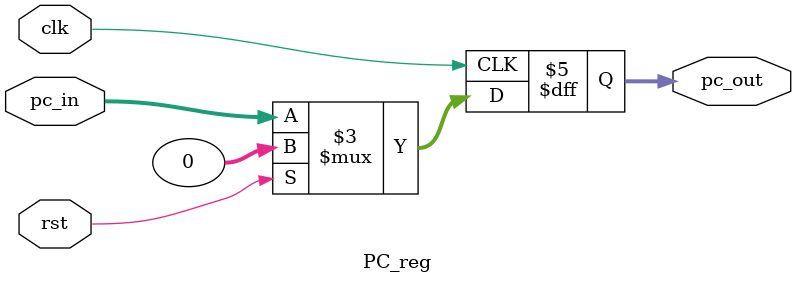
<source format=v>

module PC_reg (clk,rst,pc_in,pc_out);

    // Base address for the first memory location
    parameter BASE_LOCATION = 32'h00000000;
    // Size of the instruction
    parameter SIZE = 32;
    
    input [SIZE-1:0] pc_in ;
    input clk, rst;
    output reg [SIZE-1:0] pc_out ;

    always @(posedge clk) begin
        if (rst) begin
            pc_out <= BASE_LOCATION;
        end
        else 
            pc_out <= pc_in;
    end
endmodule
</source>
